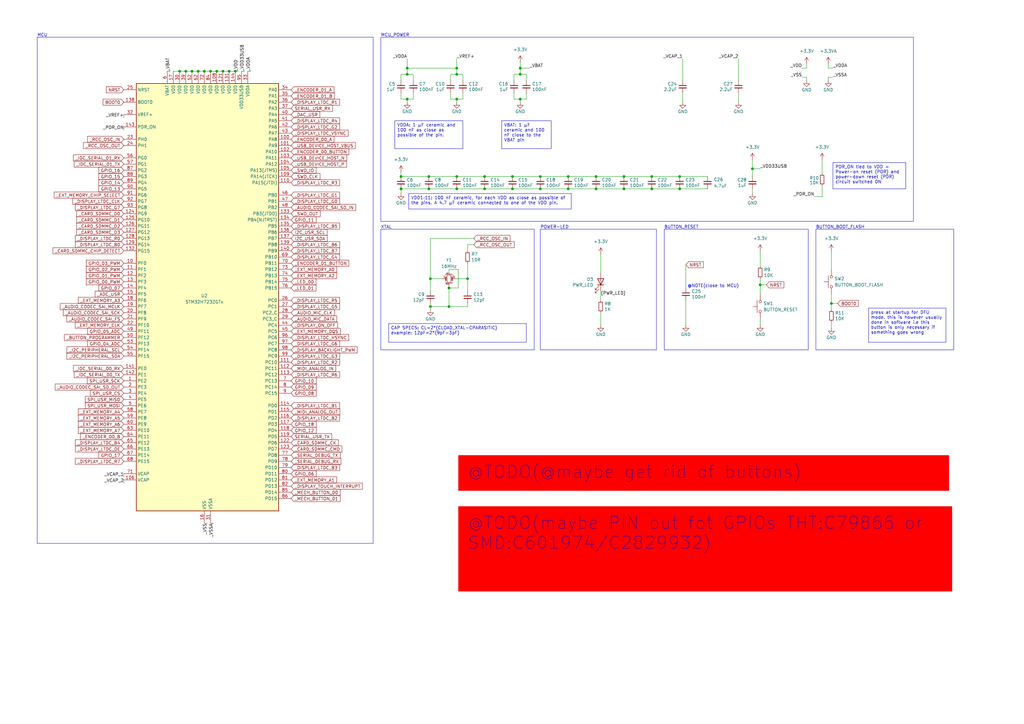
<source format=kicad_sch>
(kicad_sch (version 20231120) (generator "eeschema") (generator_version "8.0")
  (paper "A3")
  (title_block (date "2023-08-28"))
  (junction (at 73.66 29.21))
  (junction (at 255.905 77.47))
  (junction (at 191.77 114.3))
  (junction (at 187.325 30.48))
  (junction (at 176.53 114.3))
  (junction (at 184.15 118.11))
  (junction (at 187.325 40.64))
  (junction (at 311.785 116.84))
  (junction (at 267.335 77.47))
  (junction (at 88.9 29.21))
  (junction (at 267.335 72.39))
  (junction (at 213.36 40.64))
  (junction (at 198.755 77.47))
  (junction (at 184.15 125.73))
  (junction (at 187.325 77.47))
  (junction (at 175.895 77.47))
  (junction (at 175.895 72.39))
  (junction (at 93.98 29.21))
  (junction (at 78.74 29.21))
  (junction (at 244.475 77.47))
  (junction (at 167.005 40.64))
  (junction (at 187.325 72.39))
  (junction (at 221.615 77.47))
  (junction (at 167.005 30.48))
  (junction (at 167.005 27.94))
  (junction (at 255.905 72.39))
  (junction (at 244.475 72.39))
  (junction (at 278.765 77.47))
  (junction (at 210.185 72.39))
  (junction (at 164.465 77.47))
  (junction (at 81.28 29.21))
  (junction (at 308.61 69.215))
  (junction (at 221.615 72.39))
  (junction (at 176.53 125.73))
  (junction (at 233.045 77.47))
  (junction (at 83.82 29.21))
  (junction (at 86.36 29.21))
  (junction (at 198.755 72.39))
  (junction (at 340.995 124.46))
  (junction (at 164.465 72.39))
  (junction (at 233.045 72.39))
  (junction (at 91.44 29.21))
  (junction (at 210.185 77.47))
  (junction (at 213.36 27.94))
  (junction (at 278.765 72.39))
  (junction (at 187.325 27.94))
  (junction (at 76.2 29.21))
  (junction (at 213.36 30.48))
  (junction (at 96.52 29.21))
  (wire (pts (xy 278.765 77.47) (xy 267.335 77.47)))
  (wire (pts (xy 71.12 29.21) (xy 73.66 29.21)))
  (wire (pts (xy 198.755 72.39) (xy 210.185 72.39)))
  (wire (pts (xy 215.9 33.02) (xy 215.9 30.48)))
  (wire (pts (xy 210.185 72.39) (xy 221.615 72.39)))
  (wire (pts (xy 86.36 29.21) (xy 88.9 29.21)))
  (wire (pts (xy 281.305 108.585) (xy 281.305 118.11)))
  (wire (pts (xy 176.53 114.3) (xy 181.61 114.3)))
  (wire (pts (xy 330.835 33.02) (xy 330.835 31.75)))
  (wire (pts (xy 215.9 30.48) (xy 213.36 30.48)))
  (wire (pts (xy 337.185 76.2) (xy 337.185 80.645)))
  (wire (pts (xy 194.31 97.79) (xy 176.53 97.79)))
  (wire (pts (xy 176.53 119.38) (xy 176.53 114.3)))
  (wire (pts (xy 308.61 77.47) (xy 308.61 79.375)))
  (wire (pts (xy 302.895 24.13) (xy 302.895 33.02)))
  (wire (pts (xy 233.045 77.47) (xy 221.615 77.47)))
  (wire (pts (xy 93.98 29.21) (xy 96.52 29.21)))
  (wire (pts (xy 340.995 127) (xy 340.995 124.46)))
  (wire (pts (xy 215.9 40.64) (xy 215.9 38.1)))
  (wire (pts (xy 100.33 29.21) (xy 99.06 29.21)))
  (wire (pts (xy 246.38 119.38) (xy 246.38 123.19)))
  (wire (pts (xy 213.36 40.64) (xy 215.9 40.64)))
  (wire (pts (xy 167.005 40.64) (xy 169.545 40.64)))
  (wire (pts (xy 308.61 65.405) (xy 308.61 69.215)))
  (wire (pts (xy 221.615 77.47) (xy 210.185 77.47)))
  (wire (pts (xy 267.335 77.47) (xy 255.905 77.47)))
  (wire (pts (xy 187.325 27.94) (xy 187.325 30.48)))
  (wire (pts (xy 164.465 40.64) (xy 164.465 38.1)))
  (wire (pts (xy 213.36 27.94) (xy 217.17 27.94)))
  (wire (pts (xy 340.995 124.46) (xy 343.535 124.46)))
  (wire (pts (xy 278.765 77.47) (xy 290.195 77.47)))
  (wire (pts (xy 210.82 30.48) (xy 210.82 33.02)))
  (wire (pts (xy 50.8 52.07) (xy 50.8 53.34)))
  (wire (pts (xy 210.82 40.64) (xy 213.36 40.64)))
  (wire (pts (xy 164.465 30.48) (xy 164.465 33.02)))
  (wire (pts (xy 176.53 124.46) (xy 176.53 125.73)))
  (wire (pts (xy 280.035 41.91) (xy 280.035 38.1)))
  (wire (pts (xy 210.82 40.64) (xy 210.82 38.1)))
  (wire (pts (xy 184.15 118.11) (xy 184.15 125.73)))
  (wire (pts (xy 189.865 40.64) (xy 189.865 38.1)))
  (wire (pts (xy 244.475 77.47) (xy 233.045 77.47)))
  (wire (pts (xy 76.2 29.21) (xy 78.74 29.21)))
  (wire (pts (xy 91.44 29.21) (xy 93.98 29.21)))
  (wire (pts (xy 213.36 41.91) (xy 213.36 40.64)))
  (wire (pts (xy 164.465 40.64) (xy 167.005 40.64)))
  (wire (pts (xy 69.85 29.21) (xy 68.58 29.21)))
  (wire (pts (xy 191.77 100.33) (xy 191.77 102.87)))
  (wire (pts (xy 187.325 72.39) (xy 198.755 72.39)))
  (wire (pts (xy 213.36 25.4) (xy 213.36 27.94)))
  (wire (pts (xy 97.79 29.21) (xy 96.52 29.21)))
  (wire (pts (xy 50.8 196.85) (xy 50.8 198.12)))
  (wire (pts (xy 50.8 194.31) (xy 50.8 195.58)))
  (wire (pts (xy 102.87 29.21) (xy 101.6 29.21)))
  (wire (pts (xy 175.895 77.47) (xy 187.325 77.47)))
  (wire (pts (xy 334.01 80.645) (xy 337.185 80.645)))
  (wire (pts (xy 169.545 40.64) (xy 169.545 38.1)))
  (wire (pts (xy 88.9 29.21) (xy 91.44 29.21)))
  (wire (pts (xy 330.835 27.94) (xy 328.93 27.94)))
  (wire (pts (xy 278.765 72.39) (xy 290.195 72.39)))
  (wire (pts (xy 164.465 77.47) (xy 164.465 79.375)))
  (wire (pts (xy 83.82 29.21) (xy 86.36 29.21)))
  (wire (pts (xy 187.325 40.64) (xy 189.865 40.64)))
  (wire (pts (xy 187.325 41.91) (xy 187.325 40.64)))
  (wire (pts (xy 213.36 30.48) (xy 210.82 30.48)))
  (wire (pts (xy 73.66 29.21) (xy 76.2 29.21)))
  (wire (pts (xy 184.15 116.84) (xy 184.15 118.11)))
  (wire (pts (xy 164.465 72.39) (xy 175.895 72.39)))
  (wire (pts (xy 189.865 30.48) (xy 187.325 30.48)))
  (wire (pts (xy 246.38 104.14) (xy 246.38 111.76)))
  (wire (pts (xy 184.15 110.49) (xy 187.96 110.49)))
  (wire (pts (xy 244.475 72.39) (xy 255.905 72.39)))
  (wire (pts (xy 167.005 27.94) (xy 187.325 27.94)))
  (wire (pts (xy 87.63 214.63) (xy 86.36 214.63)))
  (wire (pts (xy 184.785 30.48) (xy 184.785 33.02)))
  (wire (pts (xy 210.185 77.47) (xy 198.755 77.47)))
  (wire (pts (xy 221.615 72.39) (xy 233.045 72.39)))
  (wire (pts (xy 246.38 128.27) (xy 246.38 133.35)))
  (wire (pts (xy 167.005 30.48) (xy 164.465 30.48)))
  (wire (pts (xy 164.465 70.485) (xy 164.465 72.39)))
  (wire (pts (xy 176.53 97.79) (xy 176.53 114.3)))
  (wire (pts (xy 340.995 134.62) (xy 340.995 132.08)))
  (wire (pts (xy 339.725 26.035) (xy 339.725 27.94)))
  (wire (pts (xy 164.465 77.47) (xy 175.895 77.47)))
  (wire (pts (xy 311.785 116.84) (xy 311.785 114.3)))
  (wire (pts (xy 311.785 116.84) (xy 311.785 120.65)))
  (wire (pts (xy 255.905 77.47) (xy 244.475 77.47)))
  (wire (pts (xy 50.8 48.26) (xy 50.8 46.99)))
  (wire (pts (xy 311.785 130.81) (xy 311.785 133.35)))
  (wire (pts (xy 184.785 40.64) (xy 184.785 38.1)))
  (wire (pts (xy 341.63 27.94) (xy 339.725 27.94)))
  (wire (pts (xy 255.905 72.39) (xy 267.335 72.39)))
  (wire (pts (xy 213.36 27.94) (xy 213.36 30.48)))
  (wire (pts (xy 341.63 31.75) (xy 339.725 31.75)))
  (wire (pts (xy 267.335 72.39) (xy 278.765 72.39)))
  (wire (pts (xy 184.785 40.64) (xy 187.325 40.64)))
  (wire (pts (xy 167.005 41.91) (xy 167.005 40.64)))
  (wire (pts (xy 191.77 114.3) (xy 191.77 107.95)))
  (wire (pts (xy 302.895 41.91) (xy 302.895 38.1)))
  (wire (pts (xy 308.61 69.215) (xy 308.61 72.39)))
  (wire (pts (xy 191.77 125.73) (xy 191.77 124.46)))
  (wire (pts (xy 78.74 29.21) (xy 81.28 29.21)))
  (wire (pts (xy 198.755 77.47) (xy 187.325 77.47)))
  (wire (pts (xy 311.785 69.215) (xy 308.61 69.215)))
  (wire (pts (xy 281.305 123.19) (xy 281.305 133.35)))
  (wire (pts (xy 340.995 102.87) (xy 340.995 110.49)))
  (wire (pts (xy 311.785 109.22) (xy 311.785 102.87)))
  (wire (pts (xy 184.15 125.73) (xy 191.77 125.73)))
  (wire (pts (xy 337.185 65.405) (xy 337.185 71.12)))
  (wire (pts (xy 85.09 214.63) (xy 83.82 214.63)))
  (wire (pts (xy 330.835 31.75) (xy 328.93 31.75)))
  (wire (pts (xy 187.325 30.48) (xy 184.785 30.48)))
  (wire (pts (xy 191.77 114.3) (xy 191.77 119.38)))
  (wire (pts (xy 340.995 120.65) (xy 340.995 124.46)))
  (wire (pts (xy 191.77 100.33) (xy 194.31 100.33)))
  (wire (pts (xy 339.725 31.75) (xy 339.725 33.02)))
  (wire (pts (xy 176.53 125.73) (xy 184.15 125.73)))
  (wire (pts (xy 176.53 125.73) (xy 176.53 127)))
  (wire (pts (xy 330.835 26.035) (xy 330.835 27.94)))
  (wire (pts (xy 187.96 118.11) (xy 184.15 118.11)))
  (wire (pts (xy 169.545 33.02) (xy 169.545 30.48)))
  (wire (pts (xy 187.96 110.49) (xy 187.96 118.11)))
  (wire (pts (xy 175.895 72.39) (xy 187.325 72.39)))
  (wire (pts (xy 233.045 72.39) (xy 244.475 72.39)))
  (wire (pts (xy 169.545 30.48) (xy 167.005 30.48)))
  (wire (pts (xy 280.035 24.13) (xy 280.035 33.02)))
  (wire (pts (xy 187.325 24.13) (xy 187.325 27.94)))
  (wire (pts (xy 167.005 27.94) (xy 167.005 30.48)))
  (wire (pts (xy 311.785 116.84) (xy 314.325 116.84)))
  (wire (pts (xy 189.865 33.02) (xy 189.865 30.48)))
  (wire (pts (xy 186.69 114.3) (xy 191.77 114.3)))
  (wire (pts (xy 81.28 29.21) (xy 83.82 29.21)))
  (wire (pts (xy 167.005 24.13) (xy 167.005 27.94)))
  (wire (pts (xy 184.15 111.76) (xy 184.15 110.49)))
  (rectangle (start 272.415 93.98) (end 331.47 143.51))
  (rectangle (start 15.24 15.24) (end 153.035 222.885))
  (rectangle (start 334.645 93.98) (end 391.16 143.51))
  (rectangle (start 156.21 93.98) (end 219.075 143.51))
  (rectangle (start 221.615 93.98) (end 269.24 143.51))
  (rectangle (start 156.21 15.24) (end 374.65 90.805))
  (text_box "CAP SPECS: CL=2*(CLOAD_XTAL-CPARASITIC)\nexample: 12pF=2*(9pF-3pF)" (at 159.385 132.715 0) (size 56.515 7.62) (effects (font (size 1.27 1.27)) (justify left top)))
  (text_box "@TODO(@maybe get rid of buttons)" (at 187.96 186.69 0) (size 201.295 14.605) (stroke (width -0.0001)) (fill (type color) (color 255 0 0 1)) (effects (font (size 5.08 5.08)) (justify left top)))
  (text_box "VBAT: 1 μF ceramic and 100 nF close to the VBAT pin" (at 205.74 49.53 0) (size 20.32 11.43) (effects (font (size 1.27 1.27)) (justify left top)))
  (text_box "@TODO(maybe PIN out fot GPIOs THT:C79866 or SMD:C601974/C2829932)" (at 187.96 207.645 0) (size 202.565 34.925) (stroke (width -0.0001)) (fill (type color) (color 255 0 0 1)) (effects (font (size 5.08 5.08)) (justify left top)))
  (text_box "VDDA: 1 μF ceramic and 100 nF as close as possible of the pin." (at 161.925 49.53 0) (size 27.94 11.43) (effects (font (size 1.27 1.27)) (justify left top)))
  (text_box "press at startup for DFU mode. this is however usually done in software i.e this button is only necessary if something goes wrong" (at 356.235 126.365 0) (size 31.75 13.97) (effects (font (size 1.27 1.27)) (justify left top)))
  (text_box "VDD1–11: 100 nF ceramic, for each VDD as close as possible of the pins. A 4.7 μF ceramic connected to one of the VDD pin." (at 167.64 79.375 0) (size 66.675 6.35) (effects (font (size 1.27 1.27)) (justify left top)))
  (text_box "PDR_ON tied to VDD = Power-on reset (POR) and power-down reset (PDR) circuit switched ON" (at 341.63 66.675 0) (size 29.845 10.795) (effects (font (size 1.27 1.27)) (justify left top)))
  (text "MCU_POWER" (at 156.21 15.24 0) (effects (font (size 1.27 1.27)) (justify left bottom)))
  (text "BUTTON_RESET" (at 272.415 93.98 0) (effects (font (size 1.27 1.27)) (justify left bottom)))
  (text "@NOTE(close to MCU)" (at 281.94 118.11 0) (effects (font (size 1.27 1.27)) (justify left bottom)))
  (text "MCU" (at 15.24 15.24 0) (effects (font (size 1.27 1.27)) (justify left bottom)))
  (text "BUTTON_BOOT_FLASH" (at 334.645 93.98 0) (effects (font (size 1.27 1.27)) (justify left bottom)))
  (text "XTAL" (at 156.21 93.98 0) (effects (font (size 1.27 1.27)) (justify left bottom)))
  (text "POWER-LED" (at 221.615 93.98 0) (effects (font (size 1.27 1.27)) (justify left bottom)))
  (label "_VCAP_1" (at 280.035 24.13 180))
  (label "_PDR_ON" (at 334.01 80.645 180))
  (label "_VBAT" (at 69.85 29.21 90))
  (label "_VSSA" (at 341.63 31.75 0))
  (label "_VDD" (at 97.79 29.21 90))
  (label "(PWR_LED)" (at 246.38 121.285 0))
  (label "_VDDA" (at 102.87 29.21 90))
  (label "_VCAP_2" (at 302.895 24.13 180))
  (label "_VDD" (at 328.93 27.94 180))
  (label "_VSSA" (at 87.63 214.63 270))
  (label "_VDD33USB" (at 311.785 69.215 0))
  (label "_VDDA" (at 167.005 24.13 180))
  (label "_VCAP_2" (at 50.8 198.12 180))
  (label "_VDDA" (at 341.63 27.94 0))
  (label "_VSS" (at 328.93 31.75 180))
  (label "_VDD33USB" (at 100.33 29.21 90))
  (label "_VSS" (at 85.09 214.63 270))
  (label "_VREF+" (at 50.8 48.26 180))
  (label "_VREF+" (at 187.325 24.13 0))
  (label "_VCAP_1" (at 50.8 195.58 180))
  (label "_VBAT" (at 217.17 27.94 0))
  (label "_PDR_ON" (at 50.8 53.34 180))
  (global_label "_IDC_SERIAL_01_TX" (shape input) (at 50.8 67.31 180) (property "Intersheetrefs" "${INTERSHEET_REFS}" (effects (hide yes))))
  (global_label "_CARD_SDMMC_CMD" (shape input) (at 119.38 184.15 0) (property "Intersheetrefs" "${INTERSHEET_REFS}" (effects (hide yes))))
  (global_label "GPIO_17" (shape input) (at 50.8 186.69 180) (property "Intersheetrefs" "${INTERSHEET_REFS}" (effects (hide yes))))
  (global_label "_ADC_USR" (shape input) (at 50.8 120.65 180) (property "Intersheetrefs" "${INTERSHEET_REFS}" (effects (hide yes))))
  (global_label "_CARD_SDMMC_D2" (shape input) (at 50.8 92.71 180) (property "Intersheetrefs" "${INTERSHEET_REFS}" (effects (hide yes))))
  (global_label "_EXT_MEMORY_A3" (shape input) (at 50.8 123.19 180) (property "Intersheetrefs" "${INTERSHEET_REFS}" (effects (hide yes))))
  (global_label "_DISPLAY_LTDC_G7" (shape input) (at 50.8 85.09 180) (property "Intersheetrefs" "${INTERSHEET_REFS}" (effects (hide yes))))
  (global_label "SERIAL_USR_RX" (shape input) (at 119.38 44.45 0) (property "Intersheetrefs" "${INTERSHEET_REFS}" (effects (hide yes))))
  (global_label "_DISPLAY_LTDC_G6" (shape input) (at 119.38 140.97 0) (property "Intersheetrefs" "${INTERSHEET_REFS}" (effects (hide yes))))
  (global_label "_DISPLAY_LTDC_R3" (shape input) (at 119.38 74.93 0) (property "Intersheetrefs" "${INTERSHEET_REFS}" (effects (hide yes))))
  (global_label "_DISPLAY_LTDC_R2" (shape input) (at 119.38 148.59 0) (property "Intersheetrefs" "${INTERSHEET_REFS}" (effects (hide yes))))
  (global_label "_RCC_OSC_OUT" (shape input) (at 50.8 59.69 180) (property "Intersheetrefs" "${INTERSHEET_REFS}" (effects (hide yes))))
  (global_label "_DISPLAY_LTDC_R6" (shape input) (at 119.38 153.67 0) (property "Intersheetrefs" "${INTERSHEET_REFS}" (effects (hide yes))))
  (global_label "_ENCODER_00_BUTTON" (shape input) (at 119.38 62.23 0) (property "Intersheetrefs" "${INTERSHEET_REFS}" (effects (hide yes))))
  (global_label "_EXT_MEMORY_A6" (shape input) (at 50.8 173.99 180) (property "Intersheetrefs" "${INTERSHEET_REFS}" (effects (hide yes))))
  (global_label "_DISPLAY_LTDC_B1" (shape input) (at 119.38 166.37 0) (property "Intersheetrefs" "${INTERSHEET_REFS}" (effects (hide yes))))
  (global_label "_DAC_USR" (shape input) (at 119.38 46.99 0) (property "Intersheetrefs" "${INTERSHEET_REFS}" (effects (hide yes))))
  (global_label "GPIO_01_PWM" (shape input) (at 50.8 113.03 180) (property "Intersheetrefs" "${INTERSHEET_REFS}" (effects (hide yes))))
  (global_label "_EXT_MEMORY_A0" (shape input) (at 119.38 110.49 0) (property "Intersheetrefs" "${INTERSHEET_REFS}" (effects (hide yes))))
  (global_label "_SWD_OUT" (shape input) (at 119.38 87.63 0) (property "Intersheetrefs" "${INTERSHEET_REFS}" (effects (hide yes))))
  (global_label "_EXT_MEMORY_A7" (shape input) (at 50.8 176.53 180) (property "Intersheetrefs" "${INTERSHEET_REFS}" (effects (hide yes))))
  (global_label "_DISPLAY_LTDC_G5" (shape input) (at 119.38 125.73 0) (property "Intersheetrefs" "${INTERSHEET_REFS}" (effects (hide yes))))
  (global_label "_ENCODER_01_B" (shape input) (at 119.38 39.37 0) (property "Intersheetrefs" "${INTERSHEET_REFS}" (effects (hide yes))))
  (global_label "GPIO_03_PWM" (shape input) (at 50.8 107.95 180) (property "Intersheetrefs" "${INTERSHEET_REFS}" (effects (hide yes))))
  (global_label "_RCC_OSC_IN" (shape input) (at 50.8 57.15 180) (property "Intersheetrefs" "${INTERSHEET_REFS}" (effects (hide yes))))
  (global_label "_AUDIO_CODEC_SAI_SD_IN" (shape input) (at 119.38 85.09 0) (property "Intersheetrefs" "${INTERSHEET_REFS}" (effects (hide yes))))
  (global_label "_DISPLAY_LTDC_G1" (shape input) (at 119.38 80.01 0) (property "Intersheetrefs" "${INTERSHEET_REFS}" (effects (hide yes))))
  (global_label "_DISPLAY_BACKLIGHT_PWM" (shape input) (at 119.38 143.51 0) (property "Intersheetrefs" "${INTERSHEET_REFS}" (effects (hide yes))))
  (global_label "_DISPLAY_LTDC_R5" (shape input) (at 119.38 123.19 0) (property "Intersheetrefs" "${INTERSHEET_REFS}" (effects (hide yes))))
  (global_label "_DISPLAY_LTDC_G2" (shape input) (at 119.38 52.07 0) (property "Intersheetrefs" "${INTERSHEET_REFS}" (effects (hide yes))))
  (global_label "_USB_DEVICE_HOST_P" (shape input) (at 119.38 67.31 0) (property "Intersheetrefs" "${INTERSHEET_REFS}" (effects (hide yes))))
  (global_label "_MIDI_ANALOG_OUT" (shape input) (at 119.38 168.91 0) (property "Intersheetrefs" "${INTERSHEET_REFS}" (effects (hide yes))))
  (global_label "GPIO_00_PWM" (shape input) (at 50.8 115.57 180) (property "Intersheetrefs" "${INTERSHEET_REFS}" (effects (hide yes))))
  (global_label "_DISPLAY_LTDC_R1" (shape input) (at 119.38 41.91 0) (property "Intersheetrefs" "${INTERSHEET_REFS}" (effects (hide yes))))
  (global_label "_DISPLAY_LTDC_G0" (shape input) (at 119.38 82.55 0) (property "Intersheetrefs" "${INTERSHEET_REFS}" (effects (hide yes))))
  (global_label "_EXT_MEMORY_A1" (shape input) (at 119.38 196.85 0) (property "Intersheetrefs" "${INTERSHEET_REFS}" (effects (hide yes))))
  (global_label "NRST" (shape input) (at 314.325 116.84 0) (property "Intersheetrefs" "${INTERSHEET_REFS}" (effects (hide yes))))
  (global_label "_LED_01" (shape input) (at 119.38 118.11 0) (property "Intersheetrefs" "${INTERSHEET_REFS}" (effects (hide yes))))
  (global_label "_EXT_MEMORY_A5" (shape input) (at 50.8 171.45 180) (property "Intersheetrefs" "${INTERSHEET_REFS}" (effects (hide yes))))
  (global_label "GPIO_08" (shape input) (at 119.38 161.29 0) (property "Intersheetrefs" "${INTERSHEET_REFS}" (effects (hide yes))))
  (global_label "GPIO_09" (shape input) (at 119.38 158.75 0) (property "Intersheetrefs" "${INTERSHEET_REFS}" (effects (hide yes))))
  (global_label "GPIO_16" (shape input) (at 50.8 69.85 180) (property "Intersheetrefs" "${INTERSHEET_REFS}" (effects (hide yes))))
  (global_label "_SERIAL_DEBUG_TX" (shape input) (at 119.38 186.69 0) (property "Intersheetrefs" "${INTERSHEET_REFS}" (effects (hide yes))))
  (global_label "_RCC_OSC_OUT" (shape input) (at 194.31 100.33 0) (property "Intersheetrefs" "${INTERSHEET_REFS}" (effects (hide yes))))
  (global_label "GPIO_02_PWM" (shape input) (at 50.8 110.49 180) (property "Intersheetrefs" "${INTERSHEET_REFS}" (effects (hide yes))))
  (global_label "_CARD_SDMMC_D3" (shape input) (at 50.8 95.25 180) (property "Intersheetrefs" "${INTERSHEET_REFS}" (effects (hide yes))))
  (global_label "_IDC_SERIAL_00_TX" (shape input) (at 50.8 153.67 180) (property "Intersheetrefs" "${INTERSHEET_REFS}" (effects (hide yes))))
  (global_label "_SERIAL_DEBUG_RX" (shape input) (at 119.38 189.23 0) (property "Intersheetrefs" "${INTERSHEET_REFS}" (effects (hide yes))))
  (global_label "_USB_DEVICE_HOST_N" (shape input) (at 119.38 64.77 0) (property "Intersheetrefs" "${INTERSHEET_REFS}" (effects (hide yes))))
  (global_label "GPIO_11" (shape input) (at 119.38 90.17 0) (property "Intersheetrefs" "${INTERSHEET_REFS}" (effects (hide yes))))
  (global_label "GPIO_15" (shape input) (at 50.8 72.39 180) (property "Intersheetrefs" "${INTERSHEET_REFS}" (effects (hide yes))))
  (global_label "SERIAL_USR_TX" (shape input) (at 119.38 179.07 0) (property "Intersheetrefs" "${INTERSHEET_REFS}" (effects (hide yes))))
  (global_label "NRST" (shape input) (at 50.8 36.83 180) (property "Intersheetrefs" "${INTERSHEET_REFS}" (effects (hide yes))))
  (global_label "_DISPLAY_LTDC_DE" (shape input) (at 50.8 184.15 180) (property "Intersheetrefs" "${INTERSHEET_REFS}" (effects (hide yes))))
  (global_label "_SWD_CLK" (shape input) (at 119.38 72.39 0) (property "Intersheetrefs" "${INTERSHEET_REFS}" (effects (hide yes))))
  (global_label "_ENCODER_01_A" (shape input) (at 119.38 36.83 0) (property "Intersheetrefs" "${INTERSHEET_REFS}" (effects (hide yes))))
  (global_label "_IDC_SERIAL_01_RX" (shape input) (at 50.8 64.77 180) (property "Intersheetrefs" "${INTERSHEET_REFS}" (effects (hide yes))))
  (global_label "_AUDIO_CODEC_SAI_SD_OUT" (shape input) (at 50.8 158.75 180) (property "Intersheetrefs" "${INTERSHEET_REFS}" (effects (hide yes))))
  (global_label "_ENCODER_01_BUTTON" (shape input) (at 119.38 107.95 0) (property "Intersheetrefs" "${INTERSHEET_REFS}" (effects (hide yes))))
  (global_label "_DISPLAY_LTDC_B4" (shape input) (at 50.8 181.61 180) (property "Intersheetrefs" "${INTERSHEET_REFS}" (effects (hide yes))))
  (global_label "SPI_USR_SCK" (shape input) (at 50.8 156.21 180) (property "Intersheetrefs" "${INTERSHEET_REFS}" (effects (hide yes))))
  (global_label "_DISPLAY_LTDC_VSYNC" (shape input) (at 119.38 54.61 0) (property "Intersheetrefs" "${INTERSHEET_REFS}" (effects (hide yes))))
  (global_label "BOOT0" (shape input) (at 50.8 41.91 180) (property "Intersheetrefs" "${INTERSHEET_REFS}" (effects (hide yes))))
  (global_label "_CARD_SDMMC_CK" (shape input) (at 119.38 181.61 0) (property "Intersheetrefs" "${INTERSHEET_REFS}" (effects (hide yes))))
  (global_label "_EXT_MEMORY_A2" (shape input) (at 119.38 113.03 0) (property "Intersheetrefs" "${INTERSHEET_REFS}" (effects (hide yes))))
  (global_label "_DISPLAY_LTDC_R7" (shape input) (at 50.8 189.23 180) (property "Intersheetrefs" "${INTERSHEET_REFS}" (effects (hide yes))))
  (global_label "_IDC_SERIAL_00_RX" (shape input) (at 50.8 151.13 180) (property "Intersheetrefs" "${INTERSHEET_REFS}" (effects (hide yes))))
  (global_label "GPIO_12" (shape input) (at 119.38 176.53 0) (property "Intersheetrefs" "${INTERSHEET_REFS}" (effects (hide yes))))
  (global_label "SPI_USR_CS" (shape input) (at 50.8 161.29 180) (property "Intersheetrefs" "${INTERSHEET_REFS}" (effects (hide yes))))
  (global_label "_EXT_MEMORY_A4" (shape input) (at 50.8 168.91 180) (property "Intersheetrefs" "${INTERSHEET_REFS}" (effects (hide yes))))
  (global_label "_CARD_SDMMC_D1" (shape input) (at 50.8 90.17 180) (property "Intersheetrefs" "${INTERSHEET_REFS}" (effects (hide yes))))
  (global_label "SPI_USR_MISO" (shape input) (at 50.8 163.83 180) (property "Intersheetrefs" "${INTERSHEET_REFS}" (effects (hide yes))))
  (global_label "_DISPLAY_LTDC_HSYNC" (shape input) (at 119.38 138.43 0) (property "Intersheetrefs" "${INTERSHEET_REFS}" (effects (hide yes))))
  (global_label "_EXT_MEMORY_CHIP_SELECT" (shape input) (at 50.8 80.01 180) (property "Intersheetrefs" "${INTERSHEET_REFS}" (effects (hide yes))))
  (global_label "_SWD_IO" (shape input) (at 119.38 69.85 0) (property "Intersheetrefs" "${INTERSHEET_REFS}" (effects (hide yes))))
  (global_label "GPIO_06" (shape input) (at 119.38 194.31 0) (property "Intersheetrefs" "${INTERSHEET_REFS}" (effects (hide yes))))
  (global_label "_ENCODER_00_B" (shape input) (at 50.8 179.07 180) (property "Intersheetrefs" "${INTERSHEET_REFS}" (effects (hide yes))))
  (global_label "_MECH_BUTTON_01" (shape input) (at 119.38 204.47 0) (property "Intersheetrefs" "${INTERSHEET_REFS}" (effects (hide yes))))
  (global_label "_EXT_MEMORY_CLK" (shape input) (at 50.8 133.35 180) (property "Intersheetrefs" "${INTERSHEET_REFS}" (effects (hide yes))))
  (global_label "_AUDIO_CODEC_SAI_FS" (shape input) (at 50.8 130.81 180) (property "Intersheetrefs" "${INTERSHEET_REFS}" (effects (hide yes))))
  (global_label "NRST" (shape input) (at 281.305 108.585 0) (property "Intersheetrefs" "${INTERSHEET_REFS}" (effects (hide yes))))
  (global_label "GPIO_18" (shape input) (at 119.38 173.99 0) (property "Intersheetrefs" "${INTERSHEET_REFS}" (effects (hide yes))))
  (global_label "GPIO_05_ADC" (shape input) (at 50.8 135.89 180) (property "Intersheetrefs" "${INTERSHEET_REFS}" (effects (hide yes))))
  (global_label "_DISPLAY_LTDC_CLK" (shape input) (at 50.8 82.55 180) (property "Intersheetrefs" "${INTERSHEET_REFS}" (effects (hide yes))))
  (global_label "_DISPLAY_LTDC_G3" (shape input) (at 119.38 146.05 0) (property "Intersheetrefs" "${INTERSHEET_REFS}" (effects (hide yes))))
  (global_label "_DISPLAY_LTDC_B6" (shape input) (at 119.38 100.33 0) (property "Intersheetrefs" "${INTERSHEET_REFS}" (effects (hide yes))))
  (global_label "_DISPLAY_LTDC_B5" (shape input) (at 119.38 92.71 0) (property "Intersheetrefs" "${INTERSHEET_REFS}" (effects (hide yes))))
  (global_label "_AUDIO_MIC_DATA" (shape input) (at 119.38 130.81 0) (property "Intersheetrefs" "${INTERSHEET_REFS}" (effects (hide yes))))
  (global_label "GPIO_07" (shape input) (at 50.8 118.11 180) (property "Intersheetrefs" "${INTERSHEET_REFS}" (effects (hide yes))))
  (global_label "I2C_USR_SDA" (shape input) (at 119.38 97.79 0) (property "Intersheetrefs" "${INTERSHEET_REFS}" (effects (hide yes))))
  (global_label "GPIO_04_ADC" (shape input) (at 50.8 140.97 180) (property "Intersheetrefs" "${INTERSHEET_REFS}" (effects (hide yes))))
  (global_label "_CARD_SDMMC_CHIP_DETECT" (shape input) (at 50.8 102.87 180) (property "Intersheetrefs" "${INTERSHEET_REFS}" (effects (hide yes))))
  (global_label "_RCC_OSC_IN" (shape input) (at 194.31 97.79 0) (property "Intersheetrefs" "${INTERSHEET_REFS}" (effects (hide yes))))
  (global_label "_DISPLAY_LTDC_B2" (shape input) (at 119.38 171.45 0) (property "Intersheetrefs" "${INTERSHEET_REFS}" (effects (hide yes))))
  (global_label "GPIO_10" (shape input) (at 119.38 156.21 0) (property "Intersheetrefs" "${INTERSHEET_REFS}" (effects (hide yes))))
  (global_label "_AUDIO_CODEC_SAI_SCK" (shape input) (at 50.8 128.27 180) (property "Intersheetrefs" "${INTERSHEET_REFS}" (effects (hide yes))))
  (global_label "_DISPLAY_LTDC_B7" (shape input) (at 119.38 102.87 0) (property "Intersheetrefs" "${INTERSHEET_REFS}" (effects (hide yes))))
  (global_label "_CARD_SDMMC_D0" (shape input) (at 50.8 87.63 180) (property "Intersheetrefs" "${INTERSHEET_REFS}" (effects (hide yes))))
  (global_label "_I2C_PERIPHERAL_SCL" (shape input) (at 50.8 143.51 180) (property "Intersheetrefs" "${INTERSHEET_REFS}" (effects (hide yes))))
  (global_label "_ENCODER_00_A" (shape input) (at 119.38 57.15 0) (property "Intersheetrefs" "${INTERSHEET_REFS}" (effects (hide yes))))
  (global_label "I2C_USR_SCL" (shape input) (at 119.38 95.25 0) (property "Intersheetrefs" "${INTERSHEET_REFS}" (effects (hide yes))))
  (global_label "_DISPLAY_LTDC_R4" (shape input) (at 119.38 49.53 0) (property "Intersheetrefs" "${INTERSHEET_REFS}" (effects (hide yes))))
  (global_label "_I2C_PERIPHERAL_SDA" (shape input) (at 50.8 146.05 180) (property "Intersheetrefs" "${INTERSHEET_REFS}" (effects (hide yes))))
  (global_label "_DISPLAY_LTDC_B0" (shape input) (at 50.8 100.33 180) (property "Intersheetrefs" "${INTERSHEET_REFS}" (effects (hide yes))))
  (global_label "_DISPLAY_ON_OFF" (shape input) (at 119.38 133.35 0) (property "Intersheetrefs" "${INTERSHEET_REFS}" (effects (hide yes))))
  (global_label "_BUTTON_PROGRAMMER" (shape input) (at 50.8 138.43 180) (property "Intersheetrefs" "${INTERSHEET_REFS}" (effects (hide yes))))
  (global_label "GPIO_14" (shape input) (at 50.8 74.93 180) (property "Intersheetrefs" "${INTERSHEET_REFS}" (effects (hide yes))))
  (global_label "_EXT_MEMORY_DQS" (shape input) (at 119.38 135.89 0) (property "Intersheetrefs" "${INTERSHEET_REFS}" (effects (hide yes))))
  (global_label "_DISPLAY_LTDC_G4" (shape input) (at 119.38 105.41 0) (property "Intersheetrefs" "${INTERSHEET_REFS}" (effects (hide yes))))
  (global_label "_LED_00" (shape input) (at 119.38 115.57 0) (property "Intersheetrefs" "${INTERSHEET_REFS}" (effects (hide yes))))
  (global_label "_AUDIO_CODEC_SAI_MCLK" (shape input) (at 50.8 125.73 180) (property "Intersheetrefs" "${INTERSHEET_REFS}" (effects (hide yes))))
  (global_label "_DISPLAY_TOUCH_INTERRUPT" (shape input) (at 119.38 199.39 0) (property "Intersheetrefs" "${INTERSHEET_REFS}" (effects (hide yes))))
  (global_label "_MIDI_ANALOG_IN" (shape input) (at 119.38 151.13 0) (property "Intersheetrefs" "${INTERSHEET_REFS}" (effects (hide yes))))
  (global_label "GPIO_13" (shape input) (at 50.8 77.47 180) (property "Intersheetrefs" "${INTERSHEET_REFS}" (effects (hide yes))))
  (global_label "_DISPLAY_LTDC_R0" (shape input) (at 50.8 97.79 180) (property "Intersheetrefs" "${INTERSHEET_REFS}" (effects (hide yes))))
  (global_label "SPI_USR_MOSI" (shape input) (at 50.8 166.37 180) (property "Intersheetrefs" "${INTERSHEET_REFS}" (effects (hide yes))))
  (global_label "_AUDIO_MIC_CLK" (shape input) (at 119.38 128.27 0) (property "Intersheetrefs" "${INTERSHEET_REFS}" (effects (hide yes))))
  (global_label "BOOT0" (shape input) (at 343.535 124.46 0) (property "Intersheetrefs" "${INTERSHEET_REFS}" (effects (hide yes))))
  (global_label "_DISPLAY_LTDC_B3" (shape input) (at 119.38 191.77 0) (property "Intersheetrefs" "${INTERSHEET_REFS}" (effects (hide yes))))
  (global_label "_USB_DEVICE_HOST_VBUS" (shape input) (at 119.38 59.69 0) (property "Intersheetrefs" "${INTERSHEET_REFS}" (effects (hide yes))))
  (global_label "_MECH_BUTTON_00" (shape input) (at 119.38 201.93 0) (property "Intersheetrefs" "${INTERSHEET_REFS}" (effects (hide yes))))
  (symbol (lib_id "Device:R_Small") (at 246.38 125.73 180) (unit 1)
    (property "Reference" "R8" (at 247.8786 124.5616 0) (effects (justify right)))
    (property "Value" "1K" (at 247.8786 126.873 0) (effects (justify right)))
    (property "Footprint" "Resistor_SMD:R_0805_2012Metric_Pad1.20x1.40mm_HandSolder" (effects (hide yes)))
    (property "Description" "125mW" (effects (hide yes)))
    (property "JLCPCB" "C17513" (effects (hide yes)))
  )
  (symbol (lib_id "power:+3.3V") (at 213.36 25.4 0) (mirror y) (unit 1)
    (property "Reference" "#PWR020" (effects (hide yes)))
    (property "Value" "+3.3V" (at 213.36 20.32 0))
  )
  (symbol (lib_id "Device:C_Small") (at 290.195 74.93 0) (unit 1)
    (property "Reference" "C26" (at 292.735 73.66 0) (effects (justify left)))
    (property "Value" "4.7uF" (at 292.735 76.2 0) (effects (justify left)))
    (property "Footprint" "Capacitor_SMD:C_0402_1005Metric" (effects (hide yes)))
    (property "Description" "10V" (effects (hide yes)))
    (property "JLCPCB" "C23733" (effects (hide yes)))
  )
  (symbol (lib_id "MCU_ST_STM32H7:STM32H723ZGTx") (at 83.82 123.19 0) (unit 1)
    (property "Reference" "U2" (at 83.82 121.285 0))
    (property "Value" "STM32H723ZGTx" (at 83.82 123.825 0))
    (property "Footprint" "Package_QFP:LQFP-144_20x20mm_P0.5mm" (effects (hide yes)))
    (property "Datasheet" "https://www.st.com/resource/en/datasheet/stm32h723zg.pdf" (effects (hide yes)))
    (property "JLCPCB" "C730146" (effects (hide yes)))
  )
  (symbol (lib_id "Device:C_Small") (at 308.61 74.93 0) (mirror y) (unit 1)
    (property "Reference" "C28" (at 306.2732 73.7616 0) (effects (justify left)))
    (property "Value" "1uF" (at 306.2732 76.073 0) (effects (justify left)))
    (property "Footprint" "Capacitor_SMD:C_0402_1005Metric" (effects (hide yes)))
    (property "Description" "25V" (effects (hide yes)))
    (property "JLCPCB" "C52923" (effects (hide yes)))
  )
  (symbol (lib_id "power:+3.3V") (at 164.465 70.485 0) (unit 1)
    (property "Reference" "#PWR015" (effects (hide yes)))
    (property "Value" "+3.3V" (at 164.465 65.405 0))
  )
  (symbol (lib_id "power:GND") (at 281.305 133.35 0) (unit 1)
    (property "Reference" "#PWR025" (effects (hide yes)))
    (property "Value" "GND" (at 281.305 137.16 0))
  )
  (symbol (lib_id "power:GND") (at 340.995 134.62 0) (unit 1)
    (property "Reference" "#PWR037" (effects (hide yes)))
    (property "Value" "GND" (at 340.995 138.43 0))
  )
  (symbol (lib_id "Device:C_Small") (at 210.185 74.93 0) (unit 1)
    (property "Reference" "C15" (at 212.5218 73.7616 0) (effects (justify left)))
    (property "Value" "100nF" (at 212.5218 76.073 0) (effects (justify left)))
    (property "Footprint" "Capacitor_SMD:C_0402_1005Metric" (effects (hide yes)))
    (property "Description" "16V" (effects (hide yes)))
    (property "JLCPCB" "C1525" (effects (hide yes)))
  )
  (symbol (lib_id "power:GND") (at 311.785 133.35 0) (unit 1)
    (property "Reference" "#PWR030" (effects (hide yes)))
    (property "Value" "GND" (at 311.785 137.16 0))
  )
  (symbol (lib_id "power:+3.3V") (at 340.995 102.87 0) (unit 1)
    (property "Reference" "#PWR036" (effects (hide yes)))
    (property "Value" "+3.3V" (at 340.995 97.79 0))
  )
  (symbol (lib_id "power:+3.3V") (at 330.835 26.035 0) (mirror y) (unit 1)
    (property "Reference" "#PWR031" (effects (hide yes)))
    (property "Value" "+3.3V" (at 330.835 20.955 0))
  )
  (symbol (lib_id "Device:C_Small") (at 169.545 35.56 0) (unit 1)
    (property "Reference" "C7" (at 171.8818 34.3916 0) (effects (justify left)))
    (property "Value" "100nF" (at 171.8818 36.703 0) (effects (justify left)))
    (property "Footprint" "Capacitor_SMD:C_0402_1005Metric" (effects (hide yes)))
    (property "Description" "16V" (effects (hide yes)))
    (property "JLCPCB" "C1525" (effects (hide yes)))
  )
  (symbol (lib_id "Device:C_Small") (at 233.045 74.93 0) (unit 1)
    (property "Reference" "C19" (at 235.3818 73.7616 0) (effects (justify left)))
    (property "Value" "100nF" (at 235.3818 76.073 0) (effects (justify left)))
    (property "Footprint" "Capacitor_SMD:C_0402_1005Metric" (effects (hide yes)))
    (property "Description" "16V" (effects (hide yes)))
    (property "JLCPCB" "C1525" (effects (hide yes)))
  )
  (symbol (lib_id "power:GND") (at 246.38 133.35 0) (unit 1)
    (property "Reference" "#PWR023" (effects (hide yes)))
    (property "Value" "GND" (at 246.38 137.16 0))
  )
  (symbol (lib_id "Device:C_Small") (at 255.905 74.93 0) (unit 1)
    (property "Reference" "C21" (at 258.2418 73.7616 0) (effects (justify left)))
    (property "Value" "100nF" (at 258.2418 76.073 0) (effects (justify left)))
    (property "Footprint" "Capacitor_SMD:C_0402_1005Metric" (effects (hide yes)))
    (property "Description" "16V" (effects (hide yes)))
    (property "JLCPCB" "C1525" (effects (hide yes)))
  )
  (symbol (lib_id "Device:C_Small") (at 191.77 121.92 0) (unit 1)
    (property "Reference" "C13" (at 194.1068 120.7516 0) (effects (justify left)))
    (property "Value" "12pF" (at 194.1068 123.063 0) (effects (justify left)))
    (property "Footprint" "Capacitor_SMD:C_0402_1005Metric" (effects (hide yes)))
    (property "Description" "50V" (effects (hide yes)))
    (property "JLCPCB" "C1547" (effects (hide yes)))
  )
  (symbol (lib_id "Device:C_Small") (at 280.035 35.56 0) (mirror y) (unit 1)
    (property "Reference" "C24" (at 277.6982 34.3916 0) (effects (justify left)))
    (property "Value" "2.2uF" (at 277.6982 36.703 0) (effects (justify left)))
    (property "Footprint" "Capacitor_SMD:C_0402_1005Metric" (effects (hide yes)))
    (property "Description" "10V" (effects (hide yes)))
    (property "JLCPCB" "C107370" (effects (hide yes)))
  )
  (symbol (lib_id "power:GND") (at 164.465 79.375 0) (unit 1)
    (property "Reference" "#PWR016" (effects (hide yes)))
    (property "Value" "GND" (at 164.465 83.185 0))
  )
  (symbol (lib_id "Device:R_Small") (at 191.77 105.41 0) (unit 1)
    (property "Reference" "R7" (at 193.2686 104.2416 0) (effects (justify left)))
    (property "Value" "10R" (at 193.2686 106.553 0) (effects (justify left)))
    (property "Footprint" "Resistor_SMD:R_0402_1005Metric" (effects (hide yes)))
    (property "Description" "62.5mW" (effects (hide yes)))
    (property "JLCPCB" "C25077" (effects (hide yes)))
  )
  (symbol (lib_id "Device:C_Small") (at 302.895 35.56 0) (mirror y) (unit 1)
    (property "Reference" "C27" (at 300.5582 34.3916 0) (effects (justify left)))
    (property "Value" "2.2uF" (at 300.5582 36.703 0) (effects (justify left)))
    (property "Footprint" "Capacitor_SMD:C_0402_1005Metric" (effects (hide yes)))
    (property "Description" "10V" (effects (hide yes)))
    (property "JLCPCB" "C107370" (effects (hide yes)))
  )
  (symbol (lib_id "Device:R_Small") (at 311.785 111.76 180) (unit 1)
    (property "Reference" "R9" (at 313.2836 110.5916 0) (effects (justify right)))
    (property "Value" "10K" (at 313.2836 112.903 0) (effects (justify right)))
    (property "Footprint" "Resistor_SMD:R_0402_1005Metric" (effects (hide yes)))
    (property "Description" "62.5mW" (effects (hide yes)))
    (property "JLCPCB" "C25744" (effects (hide yes)))
  )
  (symbol (lib_id "Device:C_Small") (at 184.785 35.56 0) (mirror y) (unit 1)
    (property "Reference" "C10" (at 182.4482 34.3916 0) (effects (justify left)))
    (property "Value" "1uF" (at 182.4482 36.703 0) (effects (justify left)))
    (property "Footprint" "Capacitor_SMD:C_0402_1005Metric" (effects (hide yes)))
    (property "Description" "25V" (effects (hide yes)))
    (property "JLCPCB" "C52923" (effects (hide yes)))
  )
  (symbol (lib_id "Device:C_Small") (at 164.465 35.56 0) (mirror y) (unit 1)
    (property "Reference" "C5" (at 162.1282 34.3916 0) (effects (justify left)))
    (property "Value" "1uF" (at 162.1282 36.703 0) (effects (justify left)))
    (property "Footprint" "Capacitor_SMD:C_0402_1005Metric" (effects (hide yes)))
    (property "Description" "25V" (effects (hide yes)))
    (property "JLCPCB" "C52923" (effects (hide yes)))
  )
  (symbol (lib_id "power:GND") (at 167.005 41.91 0) (unit 1)
    (property "Reference" "#PWR017" (effects (hide yes)))
    (property "Value" "GND" (at 167.005 45.72 0))
  )
  (symbol (lib_id "Device:C_Small") (at 198.755 74.93 0) (unit 1)
    (property "Reference" "C14" (at 201.0918 73.7616 0) (effects (justify left)))
    (property "Value" "100nF" (at 201.0918 76.073 0) (effects (justify left)))
    (property "Footprint" "Capacitor_SMD:C_0402_1005Metric" (effects (hide yes)))
    (property "Description" "16V" (effects (hide yes)))
    (property "JLCPCB" "C1525" (effects (hide yes)))
  )
  (symbol (lib_id "Device:C_Small") (at 175.895 74.93 0) (unit 1)
    (property "Reference" "C8" (at 178.2318 73.7616 0) (effects (justify left)))
    (property "Value" "100nF" (at 178.2318 76.073 0) (effects (justify left)))
    (property "Footprint" "Capacitor_SMD:C_0402_1005Metric" (effects (hide yes)))
    (property "Description" "16V" (effects (hide yes)))
    (property "JLCPCB" "C1525" (effects (hide yes)))
  )
  (symbol (lib_id "power:GND") (at 176.53 127 0) (unit 1)
    (property "Reference" "#PWR018" (effects (hide yes)))
    (property "Value" "GND" (at 176.53 130.81 0))
  )
  (symbol (lib_id "Device:C_Small") (at 189.865 35.56 0) (unit 1)
    (property "Reference" "C12" (at 192.2018 34.3916 0) (effects (justify left)))
    (property "Value" "100nF" (at 192.2018 36.703 0) (effects (justify left)))
    (property "Footprint" "Capacitor_SMD:C_0402_1005Metric" (effects (hide yes)))
    (property "Description" "16V" (effects (hide yes)))
    (property "JLCPCB" "C1525" (effects (hide yes)))
  )
  (symbol (lib_id "Device:C_Small") (at 215.9 35.56 0) (unit 1)
    (property "Reference" "C17" (at 218.2368 34.3916 0) (effects (justify left)))
    (property "Value" "100nF" (at 218.2368 36.703 0) (effects (justify left)))
    (property "Footprint" "Capacitor_SMD:C_0402_1005Metric" (effects (hide yes)))
    (property "Description" "16V" (effects (hide yes)))
    (property "JLCPCB" "C1525" (effects (hide yes)))
  )
  (symbol (lib_id "Device:C_Small") (at 281.305 120.65 0) (unit 1)
    (property "Reference" "C25" (at 283.6418 119.4816 0) (effects (justify left)))
    (property "Value" "100nF" (at 283.6418 121.793 0) (effects (justify left)))
    (property "Footprint" "Capacitor_SMD:C_0402_1005Metric" (effects (hide yes)))
    (property "Description" "16V" (effects (hide yes)))
    (property "JLCPCB" "C1525" (effects (hide yes)))
  )
  (symbol (lib_id "power:GND") (at 308.61 79.375 0) (unit 1)
    (property "Reference" "#PWR028" (effects (hide yes)))
    (property "Value" "GND" (at 308.61 83.185 0))
  )
  (symbol (lib_id "Device:C_Small") (at 176.53 121.92 0) (mirror x) (unit 1)
    (property "Reference" "C9" (at 174.1932 120.7516 0) (effects (justify right)))
    (property "Value" "12pF" (at 174.1932 123.063 0) (effects (justify right)))
    (property "Footprint" "Capacitor_SMD:C_0402_1005Metric" (effects (hide yes)))
    (property "Description" "50V" (effects (hide yes)))
    (property "JLCPCB" "C1547" (effects (hide yes)))
  )
  (symbol (lib_id "Device:C_Small") (at 164.465 74.93 0) (unit 1)
    (property "Reference" "C6" (at 166.8018 73.7616 0) (effects (justify left)))
    (property "Value" "100nF" (at 166.8018 76.073 0) (effects (justify left)))
    (property "Footprint" "Capacitor_SMD:C_0402_1005Metric" (effects (hide yes)))
    (property "Description" "16V" (effects (hide yes)))
    (property "JLCPCB" "C1525" (effects (hide yes)))
  )
  (symbol (lib_id "Device:C_Small") (at 210.82 35.56 0) (mirror y) (unit 1)
    (property "Reference" "C16" (at 208.4832 34.3916 0) (effects (justify left)))
    (property "Value" "1uF" (at 208.4832 36.703 0) (effects (justify left)))
    (property "Footprint" "Capacitor_SMD:C_0402_1005Metric" (effects (hide yes)))
    (property "Description" "25V" (effects (hide yes)))
    (property "JLCPCB" "C52923" (effects (hide yes)))
  )
  (symbol (lib_id "power:+3.3V") (at 246.38 104.14 0) (unit 1)
    (property "Reference" "#PWR022" (effects (hide yes)))
    (property "Value" "+3.3V" (at 246.38 99.06 0))
  )
  (symbol (lib_id "power:+3.3VA") (at 339.725 26.035 0) (unit 1)
    (property "Reference" "#PWR034" (effects (hide yes)))
    (property "Value" "+3.3VA" (at 339.725 20.955 0))
  )
  (symbol (lib_id "power:+3.3V") (at 311.785 102.87 0) (unit 1)
    (property "Reference" "#PWR029" (effects (hide yes)))
    (property "Value" "+3.3V" (at 311.785 97.79 0))
  )
  (symbol (lib_id "Device:R_Small") (at 337.185 73.66 0) (mirror y) (unit 1)
    (property "Reference" "R10" (at 335.915 73.025 0) (effects (justify left)))
    (property "Value" "10K" (at 335.915 74.93 0) (effects (justify left)))
    (property "Footprint" "Resistor_SMD:R_0402_1005Metric" (effects (hide yes)))
    (property "Description" "62.5mW" (effects (hide yes)))
    (property "JLCPCB" "C25744" (effects (hide yes)))
  )
  (symbol (lib_id "power:GND") (at 213.36 41.91 0) (unit 1)
    (property "Reference" "#PWR021" (effects (hide yes)))
    (property "Value" "GND" (at 213.36 45.72 0))
  )
  (symbol (lib_id "Switch:SW_Push") (at 311.785 125.73 90) (unit 1)
    (property "Reference" "SW1" (at 313.055 124.46 90) (effects (justify right)))
    (property "Value" "BUTTON_RESET" (at 313.055 127 90) (effects (justify right)))
    (property "Footprint" "Button_Switch_SMD:SW_Push_SPST_NO_Alps_SKRK" (effects (hide yes)))
    (property "JLCPCB" "C115357" (effects (hide yes)))
  )
  (symbol (lib_id "power:+3.3V") (at 308.61 65.405 0) (unit 1)
    (property "Reference" "#PWR027" (effects (hide yes)))
    (property "Value" "+3.3V" (at 308.61 60.325 0))
  )
  (symbol (lib_id "Device:C_Small") (at 244.475 74.93 0) (unit 1)
    (property "Reference" "C20" (at 246.8118 73.7616 0) (effects (justify left)))
    (property "Value" "100nF" (at 246.8118 76.073 0) (effects (justify left)))
    (property "Footprint" "Capacitor_SMD:C_0402_1005Metric" (effects (hide yes)))
    (property "Description" "16V" (effects (hide yes)))
    (property "JLCPCB" "C1525" (effects (hide yes)))
  )
  (symbol (lib_id "Device:R_Small") (at 340.995 129.54 180) (unit 1)
    (property "Reference" "R11" (at 342.4936 128.3716 0) (effects (justify right)))
    (property "Value" "10K" (at 342.4936 130.683 0) (effects (justify right)))
    (property "Footprint" "Resistor_SMD:R_0402_1005Metric" (effects (hide yes)))
    (property "Description" "62.5mW" (effects (hide yes)))
    (property "JLCPCB" "C25744" (effects (hide yes)))
  )
  (symbol (lib_id "Device:LED") (at 246.38 115.57 270) (mirror x) (unit 1)
    (property "Reference" "D3" (at 243.3828 114.5794 90) (effects (justify right)))
    (property "Value" "PWR_LED" (at 243.3828 116.8908 90) (effects (justify right)))
    (property "Footprint" "LED_SMD:LED_0805_2012Metric" (effects (hide yes)))
    (property "Description" "WHITE" (effects (hide yes)))
    (property "JLCPCB" "C34499" (effects (hide yes)))
  )
  (symbol (lib_id "Device:C_Small") (at 267.335 74.93 0) (unit 1)
    (property "Reference" "C22" (at 269.6718 73.7616 0) (effects (justify left)))
    (property "Value" "100nF" (at 269.6718 76.073 0) (effects (justify left)))
    (property "Footprint" "Capacitor_SMD:C_0402_1005Metric" (effects (hide yes)))
    (property "Description" "16V" (effects (hide yes)))
    (property "JLCPCB" "C1525" (effects (hide yes)))
  )
  (symbol (lib_id "power:GND") (at 339.725 33.02 0) (mirror y) (unit 1)
    (property "Reference" "#PWR035" (effects (hide yes)))
    (property "Value" "GND" (at 339.725 36.83 0))
  )
  (symbol (lib_id "Device:C_Small") (at 187.325 74.93 0) (unit 1)
    (property "Reference" "C11" (at 189.6618 73.7616 0) (effects (justify left)))
    (property "Value" "100nF" (at 189.6618 76.073 0) (effects (justify left)))
    (property "Footprint" "Capacitor_SMD:C_0402_1005Metric" (effects (hide yes)))
    (property "Description" "16V" (effects (hide yes)))
    (property "JLCPCB" "C1525" (effects (hide yes)))
  )
  (symbol (lib_id "Device:C_Small") (at 221.615 74.93 0) (unit 1)
    (property "Reference" "C18" (at 223.9518 73.7616 0) (effects (justify left)))
    (property "Value" "100nF" (at 223.9518 76.073 0) (effects (justify left)))
    (property "Footprint" "Capacitor_SMD:C_0402_1005Metric" (effects (hide yes)))
    (property "Description" "16V" (effects (hide yes)))
    (property "JLCPCB" "C1525" (effects (hide yes)))
  )
  (symbol (lib_id "power:GND") (at 302.895 41.91 0) (unit 1)
    (property "Reference" "#PWR026" (effects (hide yes)))
    (property "Value" "GND" (at 302.895 45.72 0))
  )
  (symbol (lib_id "power:GND") (at 330.835 33.02 0) (mirror y) (unit 1)
    (property "Reference" "#PWR032" (effects (hide yes)))
    (property "Value" "GND" (at 330.835 36.83 0))
  )
  (symbol (lib_id "power:GND") (at 280.035 41.91 0) (unit 1)
    (property "Reference" "#PWR024" (effects (hide yes)))
    (property "Value" "GND" (at 280.035 45.72 0))
  )
  (symbol (lib_id "Device:C_Small") (at 278.765 74.93 0) (unit 1)
    (property "Reference" "C23" (at 281.1018 73.7616 0) (effects (justify left)))
    (property "Value" "100nF" (at 281.1018 76.073 0) (effects (justify left)))
    (property "Footprint" "Capacitor_SMD:C_0402_1005Metric" (effects (hide yes)))
    (property "Description" "16V" (effects (hide yes)))
    (property "JLCPCB" "C1525" (effects (hide yes)))
  )
  (symbol (lib_id "Device:Crystal_GND24_Small") (at 184.15 114.3 0) (unit 1)
    (property "Reference" "Y1" (at 184.15 106.68 0))
    (property "Value" "16MHz" (at 184.15 109.22 0))
    (property "Footprint" "Crystal:Crystal_SMD_3225-4Pin_3.2x2.5mm" (effects (hide yes)))
    (property "Datasheet" "https://datasheet.lcsc.com/szlcsc/Yangxing-Tech-X322516MLB4SI_C13738.pdf" (effects (hide yes)))
    (property "Description" "9pF" (effects (hide yes)))
    (property "JLCPCB" "C13738" (effects (hide yes)))
  )
  (symbol (lib_id "power:GND") (at 187.325 41.91 0) (unit 1)
    (property "Reference" "#PWR019" (effects (hide yes)))
    (property "Value" "GND" (at 187.325 45.72 0))
  )
  (symbol (lib_id "Switch:SW_Push") (at 340.995 115.57 90) (unit 1)
    (property "Reference" "SW2" (at 342.265 114.3 90) (effects (justify right)))
    (property "Value" "BUTTON_BOOT_FLASH" (at 342.265 116.84 90) (effects (justify right)))
    (property "Footprint" "Button_Switch_SMD:SW_Push_SPST_NO_Alps_SKRK" (effects (hide yes)))
    (property "JLCPCB" "C115357" (effects (hide yes)))
  )
  (symbol (lib_id "power:+3.3V") (at 337.185 65.405 0) (unit 1)
    (property "Reference" "#PWR033" (effects (hide yes)))
    (property "Value" "+3.3V" (at 337.185 60.325 0))
  )
)
</source>
